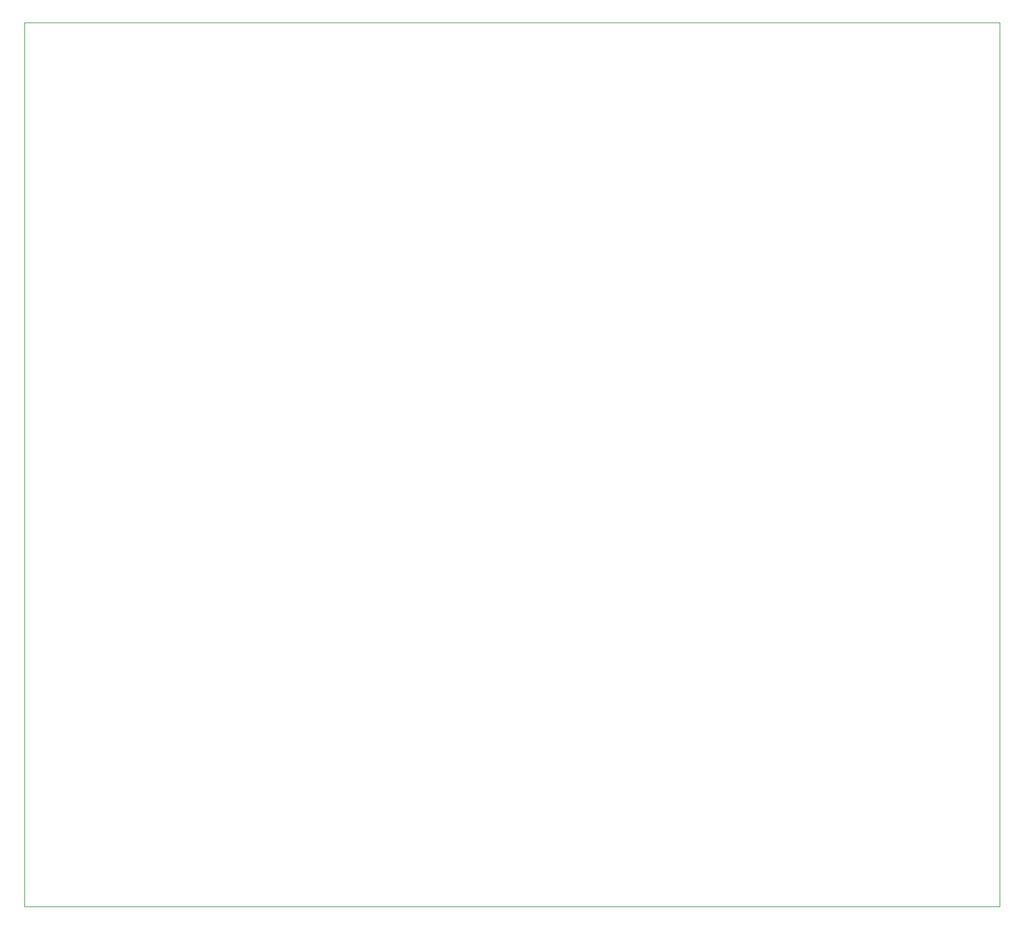
<source format=gbr>
G04 #@! TF.GenerationSoftware,KiCad,Pcbnew,8.0.8*
G04 #@! TF.CreationDate,2025-03-04T12:46:17-07:00*
G04 #@! TF.ProjectId,Decoder,4465636f-6465-4722-9e6b-696361645f70,0*
G04 #@! TF.SameCoordinates,Original*
G04 #@! TF.FileFunction,Profile,NP*
%FSLAX46Y46*%
G04 Gerber Fmt 4.6, Leading zero omitted, Abs format (unit mm)*
G04 Created by KiCad (PCBNEW 8.0.8) date 2025-03-04 12:46:17*
%MOMM*%
%LPD*%
G01*
G04 APERTURE LIST*
G04 #@! TA.AperFunction,Profile*
%ADD10C,0.050000*%
G04 #@! TD*
G04 APERTURE END LIST*
D10*
X34165000Y-41155000D02*
X169665000Y-41155000D01*
X169665000Y-164155000D01*
X34165000Y-164155000D01*
X34165000Y-41155000D01*
M02*

</source>
